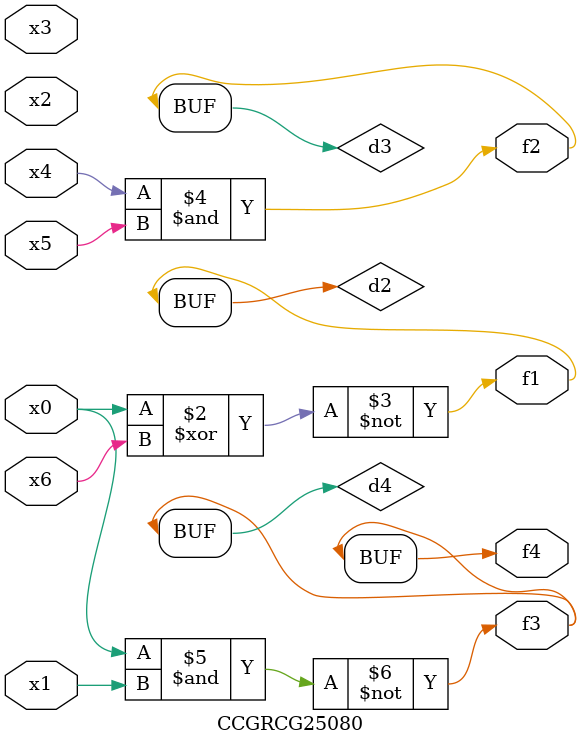
<source format=v>
module CCGRCG25080(
	input x0, x1, x2, x3, x4, x5, x6,
	output f1, f2, f3, f4
);

	wire d1, d2, d3, d4;

	nor (d1, x0);
	xnor (d2, x0, x6);
	and (d3, x4, x5);
	nand (d4, x0, x1);
	assign f1 = d2;
	assign f2 = d3;
	assign f3 = d4;
	assign f4 = d4;
endmodule

</source>
